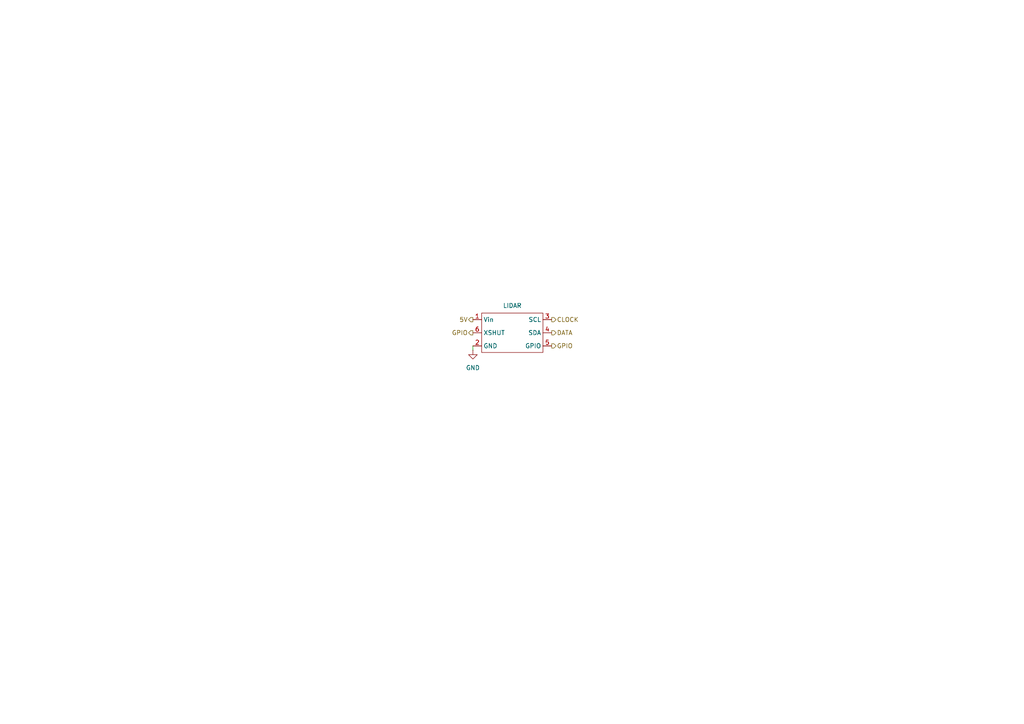
<source format=kicad_sch>
(kicad_sch
	(version 20250114)
	(generator "eeschema")
	(generator_version "9.0")
	(uuid "ccedcbc4-0034-435f-a875-e041179bb82e")
	(paper "A4")
	(lib_symbols
		(symbol "LIDAR_1"
			(exclude_from_sim no)
			(in_bom yes)
			(on_board yes)
			(property "Reference" "L"
				(at 2.032 -0.254 0)
				(effects
					(font
						(size 1.27 1.27)
					)
				)
			)
			(property "Value" ""
				(at 0 0 0)
				(effects
					(font
						(size 1.27 1.27)
					)
				)
			)
			(property "Footprint" ""
				(at 0 0 0)
				(effects
					(font
						(size 1.27 1.27)
					)
					(hide yes)
				)
			)
			(property "Datasheet" ""
				(at 0 0 0)
				(effects
					(font
						(size 1.27 1.27)
					)
					(hide yes)
				)
			)
			(property "Description" ""
				(at 0 0 0)
				(effects
					(font
						(size 1.27 1.27)
					)
					(hide yes)
				)
			)
			(symbol "LIDAR_1_0_1"
				(rectangle
					(start -6.35 -1.905)
					(end 11.43 -13.335)
					(stroke
						(width 0)
						(type default)
					)
					(fill
						(type none)
					)
				)
			)
			(symbol "LIDAR_1_1_1"
				(pin power_in line
					(at -8.89 -3.81 0)
					(length 2.54)
					(name "Vin"
						(effects
							(font
								(size 1.27 1.27)
							)
						)
					)
					(number "1"
						(effects
							(font
								(size 1.27 1.27)
							)
						)
					)
				)
				(pin input line
					(at -8.89 -7.62 0)
					(length 2.54)
					(name "XSHUT"
						(effects
							(font
								(size 1.27 1.27)
							)
						)
					)
					(number "6"
						(effects
							(font
								(size 1.27 1.27)
							)
						)
					)
				)
				(pin power_out line
					(at -8.89 -11.43 0)
					(length 2.54)
					(name "GND"
						(effects
							(font
								(size 1.27 1.27)
							)
						)
					)
					(number "2"
						(effects
							(font
								(size 1.27 1.27)
							)
						)
					)
				)
				(pin output line
					(at 13.97 -3.81 180)
					(length 2.54)
					(name "SCL"
						(effects
							(font
								(size 1.27 1.27)
							)
						)
					)
					(number "3"
						(effects
							(font
								(size 1.27 1.27)
							)
						)
					)
				)
				(pin output line
					(at 13.97 -7.62 180)
					(length 2.54)
					(name "SDA"
						(effects
							(font
								(size 1.27 1.27)
							)
						)
					)
					(number "4"
						(effects
							(font
								(size 1.27 1.27)
							)
						)
					)
				)
				(pin input line
					(at 13.97 -11.43 180)
					(length 2.54)
					(name "GPIO"
						(effects
							(font
								(size 1.27 1.27)
							)
						)
					)
					(number "5"
						(effects
							(font
								(size 1.27 1.27)
							)
						)
					)
				)
			)
			(embedded_fonts no)
		)
		(symbol "power:GND"
			(power)
			(pin_numbers
				(hide yes)
			)
			(pin_names
				(offset 0)
				(hide yes)
			)
			(exclude_from_sim no)
			(in_bom yes)
			(on_board yes)
			(property "Reference" "#PWR"
				(at 0 -6.35 0)
				(effects
					(font
						(size 1.27 1.27)
					)
					(hide yes)
				)
			)
			(property "Value" "GND"
				(at 0 -3.81 0)
				(effects
					(font
						(size 1.27 1.27)
					)
				)
			)
			(property "Footprint" ""
				(at 0 0 0)
				(effects
					(font
						(size 1.27 1.27)
					)
					(hide yes)
				)
			)
			(property "Datasheet" ""
				(at 0 0 0)
				(effects
					(font
						(size 1.27 1.27)
					)
					(hide yes)
				)
			)
			(property "Description" "Power symbol creates a global label with name \"GND\" , ground"
				(at 0 0 0)
				(effects
					(font
						(size 1.27 1.27)
					)
					(hide yes)
				)
			)
			(property "ki_keywords" "global power"
				(at 0 0 0)
				(effects
					(font
						(size 1.27 1.27)
					)
					(hide yes)
				)
			)
			(symbol "GND_0_1"
				(polyline
					(pts
						(xy 0 0) (xy 0 -1.27) (xy 1.27 -1.27) (xy 0 -2.54) (xy -1.27 -1.27) (xy 0 -1.27)
					)
					(stroke
						(width 0)
						(type default)
					)
					(fill
						(type none)
					)
				)
			)
			(symbol "GND_1_1"
				(pin power_in line
					(at 0 0 270)
					(length 0)
					(name "~"
						(effects
							(font
								(size 1.27 1.27)
							)
						)
					)
					(number "1"
						(effects
							(font
								(size 1.27 1.27)
							)
						)
					)
				)
			)
			(embedded_fonts no)
		)
	)
	(wire
		(pts
			(xy 137.16 100.33) (xy 137.16 101.6)
		)
		(stroke
			(width 0)
			(type default)
		)
		(uuid "619bd7f9-9127-49d0-b8d7-08601e1dd580")
	)
	(hierarchical_label "GPIO"
		(shape output)
		(at 137.16 96.52 180)
		(effects
			(font
				(size 1.27 1.27)
			)
			(justify right)
		)
		(uuid "24780b42-765d-4fbf-bac5-19abdc2103b3")
	)
	(hierarchical_label "5V"
		(shape output)
		(at 137.16 92.71 180)
		(effects
			(font
				(size 1.27 1.27)
			)
			(justify right)
		)
		(uuid "8681225e-c077-4646-9b84-e163247cb62c")
	)
	(hierarchical_label "CLOCK"
		(shape output)
		(at 160.02 92.71 0)
		(effects
			(font
				(size 1.27 1.27)
			)
			(justify left)
		)
		(uuid "95ccad0b-5955-49ec-b98b-c7e65df768b6")
	)
	(hierarchical_label "DATA"
		(shape output)
		(at 160.02 96.52 0)
		(effects
			(font
				(size 1.27 1.27)
			)
			(justify left)
		)
		(uuid "a486513e-b43b-4c73-b125-9aead20503c9")
	)
	(hierarchical_label "GPIO"
		(shape output)
		(at 160.02 100.33 0)
		(effects
			(font
				(size 1.27 1.27)
			)
			(justify left)
		)
		(uuid "aa1ba621-6a51-4c78-b6bc-727eefe40691")
	)
	(symbol
		(lib_id "power:GND")
		(at 137.16 101.6 0)
		(unit 1)
		(exclude_from_sim no)
		(in_bom yes)
		(on_board yes)
		(dnp no)
		(fields_autoplaced yes)
		(uuid "137c9602-98f7-4776-81b5-347e070ee062")
		(property "Reference" "#PWR040"
			(at 137.16 107.95 0)
			(effects
				(font
					(size 1.27 1.27)
				)
				(hide yes)
			)
		)
		(property "Value" "GND"
			(at 137.16 106.68 0)
			(effects
				(font
					(size 1.27 1.27)
				)
			)
		)
		(property "Footprint" ""
			(at 137.16 101.6 0)
			(effects
				(font
					(size 1.27 1.27)
				)
				(hide yes)
			)
		)
		(property "Datasheet" ""
			(at 137.16 101.6 0)
			(effects
				(font
					(size 1.27 1.27)
				)
				(hide yes)
			)
		)
		(property "Description" "Power symbol creates a global label with name \"GND\" , ground"
			(at 137.16 101.6 0)
			(effects
				(font
					(size 1.27 1.27)
				)
				(hide yes)
			)
		)
		(pin "1"
			(uuid "a19301c7-c3d1-4c25-bb1c-7c379ff67a90")
		)
		(instances
			(project "Basic Power Distribution"
				(path "/806c945d-80a3-4a32-a262-566a8b69f4ec/9dbdeb11-dd1f-470f-baf3-3d1de0025c28"
					(reference "#PWR040")
					(unit 1)
				)
			)
		)
	)
	(symbol
		(lib_name "LIDAR_1")
		(lib_id "Power Distribution Library:LIDAR")
		(at 146.05 88.9 0)
		(unit 1)
		(exclude_from_sim no)
		(in_bom yes)
		(on_board yes)
		(dnp no)
		(uuid "3ace1444-b309-49cf-9d80-ba56551305d6")
		(property "Reference" "LIDAR"
			(at 148.59 88.646 0)
			(effects
				(font
					(size 1.27 1.27)
				)
			)
		)
		(property "Value" "~"
			(at 148.59 88.9 0)
			(effects
				(font
					(size 1.27 1.27)
				)
				(hide yes)
			)
		)
		(property "Footprint" ""
			(at 146.05 88.9 0)
			(effects
				(font
					(size 1.27 1.27)
				)
				(hide yes)
			)
		)
		(property "Datasheet" ""
			(at 146.05 88.9 0)
			(effects
				(font
					(size 1.27 1.27)
				)
				(hide yes)
			)
		)
		(property "Description" ""
			(at 146.05 88.9 0)
			(effects
				(font
					(size 1.27 1.27)
				)
				(hide yes)
			)
		)
		(pin "3"
			(uuid "f14ba07a-d4f6-4851-a78f-b4eb896247d2")
		)
		(pin "2"
			(uuid "ed4fd51a-4d14-4137-923f-5b5b475afdd2")
		)
		(pin "6"
			(uuid "19938e6b-af3d-40cb-aaa6-5067e09c8ec6")
		)
		(pin "4"
			(uuid "513d0ad3-ce35-4cbb-83fe-c4d7740c201e")
		)
		(pin "1"
			(uuid "8dd54361-af7d-4bec-b7c6-1fba7844ab64")
		)
		(pin "5"
			(uuid "ac7337db-daa4-4c0d-be9d-e2af2929de50")
		)
		(instances
			(project "Basic Power Distribution"
				(path "/806c945d-80a3-4a32-a262-566a8b69f4ec/9dbdeb11-dd1f-470f-baf3-3d1de0025c28"
					(reference "LIDAR")
					(unit 1)
				)
			)
		)
	)
)

</source>
